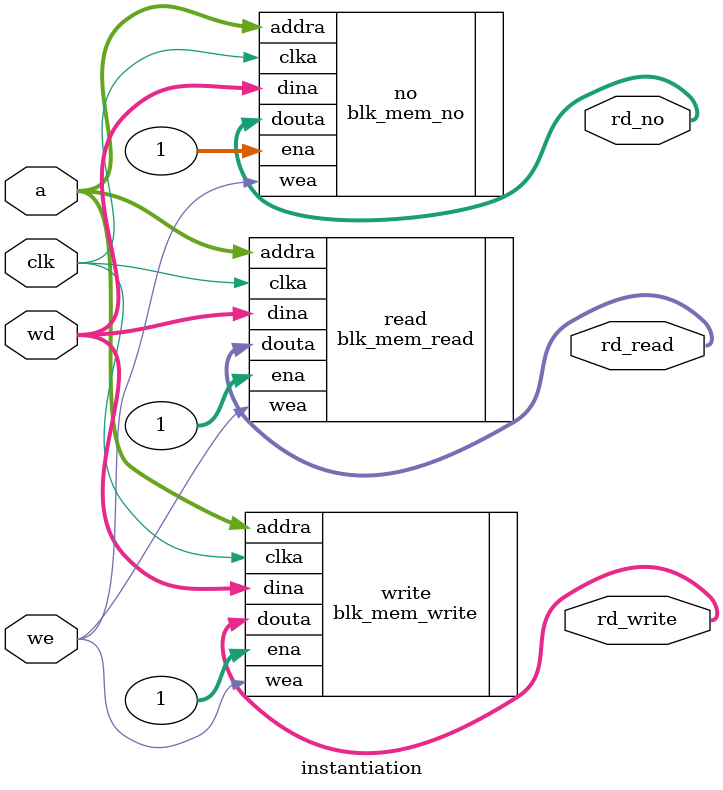
<source format=v>
`timescale 1ns / 1ps

module instantiation(
    input clk, we,
    input[3 : 0] a,
    input[7 : 0] wd,
    output[7 : 0] rd_read, rd_write, rd_no
);
    blk_mem_read read (
        .clka(clk),    // input wire clka
        .ena(1),      // input wire ena
        .wea(we),      // input wire [0 : 0] wea
        .addra(a),  // input wire [3 : 0] addra
        .dina(wd),    // input wire [7 : 0] dina
        .douta(rd_read)  // output wire [7 : 0] douta
    );
    
    blk_mem_write write (
        .clka(clk),    // input wire clka
        .ena(1),      // input wire ena
        .wea(we),      // input wire [0 : 0] wea
        .addra(a),  // input wire [3 : 0] addra
        .dina(wd),    // input wire [7 : 0] dina
        .douta(rd_write)  // output wire [7 : 0] douta
    );
    
    blk_mem_no no (
        .clka(clk),    // input wire clka
        .ena(1),      // input wire ena
        .wea(we),      // input wire [0 : 0] wea
        .addra(a),  // input wire [3 : 0] addra
        .dina(wd),    // input wire [7 : 0] dina
        .douta(rd_no)  // output wire [7 : 0] douta
    );
endmodule

</source>
